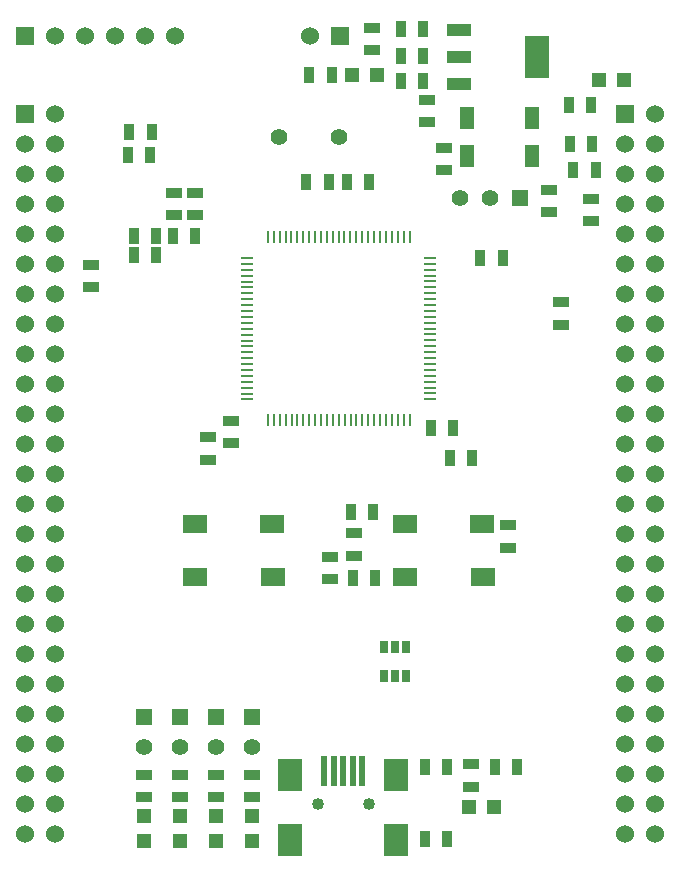
<source format=gts>
G04 (created by PCBNEW (2013-mar-13)-testing) date Втр 25 Фев 2014 20:18:30*
%MOIN*%
G04 Gerber Fmt 3.4, Leading zero omitted, Abs format*
%FSLAX34Y34*%
G01*
G70*
G90*
G04 APERTURE LIST*
%ADD10C,0.005906*%
%ADD11R,0.055000X0.035000*%
%ADD12R,0.035000X0.055000*%
%ADD13R,0.047200X0.047200*%
%ADD14R,0.055000X0.055000*%
%ADD15C,0.055000*%
%ADD16R,0.060000X0.060000*%
%ADD17C,0.060000*%
%ADD18R,0.040000X0.010000*%
%ADD19R,0.010000X0.040000*%
%ADD20R,0.080000X0.144000*%
%ADD21R,0.080000X0.040000*%
%ADD22C,0.056000*%
%ADD23R,0.051181X0.074803*%
%ADD24R,0.020000X0.100000*%
%ADD25R,0.078740X0.110000*%
%ADD26C,0.040000*%
%ADD27R,0.027559X0.039370*%
%ADD28R,0.078740X0.059055*%
G04 APERTURE END LIST*
G54D10*
G54D11*
X52100Y-51250D03*
X52100Y-50500D03*
G54D12*
X46725Y-39050D03*
X47475Y-39050D03*
X46125Y-39050D03*
X45375Y-39050D03*
G54D11*
X46175Y-52300D03*
X46175Y-51550D03*
G54D12*
X39625Y-40850D03*
X40375Y-40850D03*
X39625Y-41500D03*
X40375Y-41500D03*
G54D11*
X40950Y-39425D03*
X40950Y-40175D03*
X41650Y-39425D03*
X41650Y-40175D03*
X49400Y-37075D03*
X49400Y-36325D03*
G54D12*
X40225Y-37400D03*
X39475Y-37400D03*
X45475Y-35500D03*
X46225Y-35500D03*
G54D11*
X42850Y-47775D03*
X42850Y-47025D03*
G54D12*
X50275Y-47250D03*
X49525Y-47250D03*
X51925Y-41600D03*
X51175Y-41600D03*
G54D11*
X42100Y-47575D03*
X42100Y-48325D03*
X54850Y-40375D03*
X54850Y-39625D03*
G54D12*
X50150Y-48275D03*
X50900Y-48275D03*
X48525Y-35700D03*
X49275Y-35700D03*
X49275Y-34850D03*
X48525Y-34850D03*
G54D13*
X39950Y-60187D03*
X39950Y-61013D03*
X41150Y-60187D03*
X41150Y-61013D03*
X42350Y-60187D03*
X42350Y-61013D03*
X43550Y-60187D03*
X43550Y-61013D03*
X46887Y-35500D03*
X47713Y-35500D03*
X50787Y-59900D03*
X51613Y-59900D03*
X55137Y-35650D03*
X55963Y-35650D03*
G54D12*
X40175Y-38150D03*
X39425Y-38150D03*
G54D14*
X39950Y-56900D03*
G54D15*
X39950Y-57900D03*
G54D14*
X41150Y-56900D03*
G54D15*
X41150Y-57900D03*
G54D14*
X42350Y-56900D03*
G54D15*
X42350Y-57900D03*
G54D14*
X43550Y-56900D03*
G54D15*
X43550Y-57900D03*
G54D14*
X52500Y-39600D03*
G54D15*
X51500Y-39600D03*
X50500Y-39600D03*
G54D16*
X36000Y-36800D03*
G54D17*
X37000Y-36800D03*
X36000Y-37800D03*
X37000Y-37800D03*
X36000Y-38800D03*
X37000Y-38800D03*
X36000Y-39800D03*
X37000Y-39800D03*
X36000Y-40800D03*
X37000Y-40800D03*
X36000Y-41800D03*
X37000Y-41800D03*
X36000Y-42800D03*
X37000Y-42800D03*
X36000Y-43800D03*
X37000Y-43800D03*
X36000Y-44800D03*
X37000Y-44800D03*
X36000Y-45800D03*
X37000Y-45800D03*
X36000Y-46800D03*
X37000Y-46800D03*
X36000Y-47800D03*
X37000Y-47800D03*
X36000Y-48800D03*
X37000Y-48800D03*
X36000Y-49800D03*
X37000Y-49800D03*
X36000Y-50800D03*
X37000Y-50800D03*
X36000Y-51800D03*
X37000Y-51800D03*
X36000Y-52800D03*
X37000Y-52800D03*
X36000Y-53800D03*
X37000Y-53800D03*
X36000Y-54800D03*
X37000Y-54800D03*
X36000Y-55800D03*
X37000Y-55800D03*
X36000Y-56800D03*
X37000Y-56800D03*
X36000Y-57800D03*
X37000Y-57800D03*
X36000Y-58800D03*
X37000Y-58800D03*
X36000Y-59800D03*
X37000Y-59800D03*
X36000Y-60800D03*
X37000Y-60800D03*
G54D16*
X56000Y-36800D03*
G54D17*
X57000Y-36800D03*
X56000Y-37800D03*
X57000Y-37800D03*
X56000Y-38800D03*
X57000Y-38800D03*
X56000Y-39800D03*
X57000Y-39800D03*
X56000Y-40800D03*
X57000Y-40800D03*
X56000Y-41800D03*
X57000Y-41800D03*
X56000Y-42800D03*
X57000Y-42800D03*
X56000Y-43800D03*
X57000Y-43800D03*
X56000Y-44800D03*
X57000Y-44800D03*
X56000Y-45800D03*
X57000Y-45800D03*
X56000Y-46800D03*
X57000Y-46800D03*
X56000Y-47800D03*
X57000Y-47800D03*
X56000Y-48800D03*
X57000Y-48800D03*
X56000Y-49800D03*
X57000Y-49800D03*
X56000Y-50800D03*
X57000Y-50800D03*
X56000Y-51800D03*
X57000Y-51800D03*
X56000Y-52800D03*
X57000Y-52800D03*
X56000Y-53800D03*
X57000Y-53800D03*
X56000Y-54800D03*
X57000Y-54800D03*
X56000Y-55800D03*
X57000Y-55800D03*
X56000Y-56800D03*
X57000Y-56800D03*
X56000Y-57800D03*
X57000Y-57800D03*
X56000Y-58800D03*
X57000Y-58800D03*
X56000Y-59800D03*
X57000Y-59800D03*
X56000Y-60800D03*
X57000Y-60800D03*
G54D16*
X46500Y-34200D03*
G54D17*
X45500Y-34200D03*
G54D16*
X36000Y-34200D03*
G54D17*
X37000Y-34200D03*
X38000Y-34200D03*
X39000Y-34200D03*
X40000Y-34200D03*
X41000Y-34200D03*
G54D12*
X46850Y-50075D03*
X47600Y-50075D03*
G54D11*
X46950Y-51525D03*
X46950Y-50775D03*
G54D12*
X46925Y-52250D03*
X47675Y-52250D03*
G54D11*
X53875Y-43075D03*
X53875Y-43825D03*
X38200Y-41825D03*
X38200Y-42575D03*
X39950Y-59575D03*
X39950Y-58825D03*
X41150Y-59575D03*
X41150Y-58825D03*
X42350Y-59575D03*
X42350Y-58825D03*
X43550Y-59575D03*
X43550Y-58825D03*
G54D12*
X41675Y-40850D03*
X40925Y-40850D03*
G54D11*
X47550Y-34675D03*
X47550Y-33925D03*
X50850Y-59225D03*
X50850Y-58475D03*
G54D12*
X54875Y-36500D03*
X54125Y-36500D03*
G54D18*
X49500Y-41590D03*
X49500Y-46310D03*
X49500Y-46110D03*
X49500Y-45920D03*
X49500Y-45720D03*
X49500Y-45520D03*
X49500Y-45330D03*
X49500Y-45130D03*
X49500Y-44930D03*
X49500Y-44740D03*
X49500Y-44540D03*
X49500Y-44340D03*
X49500Y-44140D03*
X49500Y-43950D03*
X49500Y-43750D03*
X49500Y-43550D03*
X49500Y-43360D03*
X49500Y-43160D03*
X49500Y-42960D03*
X49500Y-42770D03*
X49500Y-42570D03*
X49500Y-42370D03*
X49500Y-42180D03*
X49500Y-41980D03*
X49500Y-41780D03*
G54D19*
X48810Y-47000D03*
X44090Y-47000D03*
X44290Y-47000D03*
X44480Y-47000D03*
X44680Y-47000D03*
X44880Y-47000D03*
X45070Y-47000D03*
X45270Y-47000D03*
X45470Y-47000D03*
X45660Y-47000D03*
X45860Y-47000D03*
X46060Y-47000D03*
X46260Y-47000D03*
X46450Y-47000D03*
X46650Y-47000D03*
X46850Y-47000D03*
X47040Y-47000D03*
X47240Y-47000D03*
X47440Y-47000D03*
X47630Y-47000D03*
X47830Y-47000D03*
X48030Y-47000D03*
X48220Y-47000D03*
X48420Y-47000D03*
X48620Y-47000D03*
X48810Y-40900D03*
X48610Y-40900D03*
X48420Y-40900D03*
X48220Y-40900D03*
X48020Y-40900D03*
X47830Y-40900D03*
X47630Y-40900D03*
X47430Y-40900D03*
X47240Y-40900D03*
X47040Y-40900D03*
X46840Y-40900D03*
X46640Y-40900D03*
X46450Y-40900D03*
X46250Y-40900D03*
X46050Y-40900D03*
X45860Y-40900D03*
X45660Y-40900D03*
X45460Y-40900D03*
X45270Y-40900D03*
X45070Y-40900D03*
X44870Y-40900D03*
X44680Y-40900D03*
X44480Y-40900D03*
X44280Y-40900D03*
X44090Y-40900D03*
G54D18*
X43400Y-41590D03*
X43400Y-41790D03*
X43400Y-41980D03*
X43400Y-42180D03*
X43400Y-42380D03*
X43400Y-42570D03*
X43400Y-42770D03*
X43400Y-42970D03*
X43400Y-43160D03*
X43400Y-43360D03*
X43400Y-43560D03*
X43400Y-43760D03*
X43400Y-43950D03*
X43400Y-44150D03*
X43400Y-44350D03*
X43400Y-44540D03*
X43400Y-44740D03*
X43400Y-44940D03*
X43400Y-45130D03*
X43400Y-45330D03*
X43400Y-45530D03*
X43400Y-45720D03*
X43400Y-45920D03*
X43400Y-46120D03*
X43400Y-46310D03*
G54D20*
X53050Y-34900D03*
G54D21*
X50450Y-34900D03*
X50450Y-35800D03*
X50450Y-34000D03*
G54D22*
X44450Y-37550D03*
X46450Y-37550D03*
G54D12*
X49325Y-58550D03*
X50075Y-58550D03*
X49325Y-60950D03*
X50075Y-60950D03*
G54D11*
X53450Y-40075D03*
X53450Y-39325D03*
X49950Y-38675D03*
X49950Y-37925D03*
G54D23*
X50717Y-38179D03*
X52882Y-38179D03*
X52882Y-36920D03*
X50717Y-36920D03*
G54D24*
X45970Y-58700D03*
X46285Y-58700D03*
X46600Y-58700D03*
X46914Y-58700D03*
X47229Y-58700D03*
G54D25*
X44828Y-60981D03*
X48371Y-60981D03*
X44828Y-58815D03*
X48371Y-58815D03*
G54D26*
X45750Y-59800D03*
X47450Y-59800D03*
G54D27*
X48699Y-54577D03*
X48325Y-54577D03*
X47950Y-54577D03*
X47950Y-55522D03*
X48325Y-55522D03*
X48699Y-55522D03*
G54D28*
X48670Y-50464D03*
X51229Y-50464D03*
X51268Y-52235D03*
X48670Y-52235D03*
X41670Y-50464D03*
X44229Y-50464D03*
X44268Y-52235D03*
X41670Y-52235D03*
G54D12*
X48525Y-33950D03*
X49275Y-33950D03*
X51650Y-58550D03*
X52400Y-58550D03*
X54275Y-38650D03*
X55025Y-38650D03*
X54150Y-37800D03*
X54900Y-37800D03*
M02*

</source>
